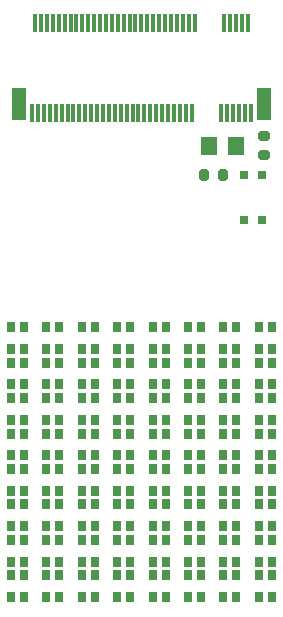
<source format=gbr>
%TF.GenerationSoftware,KiCad,Pcbnew,7.0.5*%
%TF.CreationDate,2023-09-01T16:08:52-05:00*%
%TF.ProjectId,Chimera_0004_Aurora,4368696d-6572-4615-9f30-3030345f4175,rev?*%
%TF.SameCoordinates,Original*%
%TF.FileFunction,Paste,Top*%
%TF.FilePolarity,Positive*%
%FSLAX46Y46*%
G04 Gerber Fmt 4.6, Leading zero omitted, Abs format (unit mm)*
G04 Created by KiCad (PCBNEW 7.0.5) date 2023-09-01 16:08:52*
%MOMM*%
%LPD*%
G01*
G04 APERTURE LIST*
G04 Aperture macros list*
%AMRoundRect*
0 Rectangle with rounded corners*
0 $1 Rounding radius*
0 $2 $3 $4 $5 $6 $7 $8 $9 X,Y pos of 4 corners*
0 Add a 4 corners polygon primitive as box body*
4,1,4,$2,$3,$4,$5,$6,$7,$8,$9,$2,$3,0*
0 Add four circle primitives for the rounded corners*
1,1,$1+$1,$2,$3*
1,1,$1+$1,$4,$5*
1,1,$1+$1,$6,$7*
1,1,$1+$1,$8,$9*
0 Add four rect primitives between the rounded corners*
20,1,$1+$1,$2,$3,$4,$5,0*
20,1,$1+$1,$4,$5,$6,$7,0*
20,1,$1+$1,$6,$7,$8,$9,0*
20,1,$1+$1,$8,$9,$2,$3,0*%
G04 Aperture macros list end*
%ADD10R,1.335001X1.500000*%
%ADD11R,0.700000X0.900000*%
%ADD12R,0.300000X1.550013*%
%ADD13R,0.300000X1.524003*%
%ADD14R,1.300000X2.800000*%
%ADD15RoundRect,0.200000X-0.275000X0.200000X-0.275000X-0.200000X0.275000X-0.200000X0.275000X0.200000X0*%
%ADD16RoundRect,0.200000X-0.200000X-0.275000X0.200000X-0.275000X0.200000X0.275000X-0.200000X0.275000X0*%
%ADD17R,0.800000X0.800000*%
G04 APERTURE END LIST*
D10*
%TO.C,F1*%
X120542494Y-105200000D03*
X118257506Y-105200000D03*
%TD*%
D11*
%TO.C,LED72*%
X122449962Y-131415037D03*
X123550038Y-131415037D03*
X123550038Y-129584963D03*
X122449962Y-129584963D03*
%TD*%
%TO.C,LED71*%
X119449962Y-137415037D03*
X120550038Y-137415037D03*
X120550038Y-135584963D03*
X119449962Y-135584963D03*
%TD*%
%TO.C,LED68*%
X122449962Y-128415037D03*
X123550038Y-128415037D03*
X123550038Y-126584963D03*
X122449962Y-126584963D03*
%TD*%
%TO.C,LED67*%
X119449962Y-134415037D03*
X120550038Y-134415037D03*
X120550038Y-132584963D03*
X119449962Y-132584963D03*
%TD*%
%TO.C,LED65*%
X122449962Y-143415037D03*
X123550038Y-143415037D03*
X123550038Y-141584963D03*
X122449962Y-141584963D03*
%TD*%
%TO.C,LED64*%
X122449962Y-125415037D03*
X123550038Y-125415037D03*
X123550038Y-123584963D03*
X122449962Y-123584963D03*
%TD*%
%TO.C,LED63*%
X119449962Y-131415037D03*
X120550038Y-131415037D03*
X120550038Y-129584963D03*
X119449962Y-129584963D03*
%TD*%
%TO.C,LED61*%
X122449962Y-140415037D03*
X123550038Y-140415037D03*
X123550038Y-138584963D03*
X122449962Y-138584963D03*
%TD*%
%TO.C,LED60*%
X122449962Y-122415037D03*
X123550038Y-122415037D03*
X123550038Y-120584963D03*
X122449962Y-120584963D03*
%TD*%
%TO.C,LED59*%
X119449962Y-128415037D03*
X120550038Y-128415037D03*
X120550038Y-126584963D03*
X119449962Y-126584963D03*
%TD*%
%TO.C,LED57*%
X122449962Y-137415037D03*
X123550038Y-137415037D03*
X123550038Y-135584963D03*
X122449962Y-135584963D03*
%TD*%
%TO.C,LED56*%
X119449962Y-143415037D03*
X120550038Y-143415037D03*
X120550038Y-141584963D03*
X119449962Y-141584963D03*
%TD*%
%TO.C,LED55*%
X119449962Y-125415037D03*
X120550038Y-125415037D03*
X120550038Y-123584963D03*
X119449962Y-123584963D03*
%TD*%
%TO.C,LED53*%
X122449962Y-134415037D03*
X123550038Y-134415037D03*
X123550038Y-132584963D03*
X122449962Y-132584963D03*
%TD*%
%TO.C,LED52*%
X119449962Y-140415037D03*
X120550038Y-140415037D03*
X120550038Y-138584963D03*
X119449962Y-138584963D03*
%TD*%
%TO.C,LED51*%
X119449962Y-122415037D03*
X120550038Y-122415037D03*
X120550038Y-120584963D03*
X119449962Y-120584963D03*
%TD*%
%TO.C,LED50*%
X116449962Y-143415037D03*
X117550038Y-143415037D03*
X117550038Y-141584963D03*
X116449962Y-141584963D03*
%TD*%
%TO.C,LED49*%
X116449962Y-125415037D03*
X117550038Y-125415037D03*
X117550038Y-123584963D03*
X116449962Y-123584963D03*
%TD*%
%TO.C,LED48*%
X113449962Y-131415037D03*
X114550038Y-131415037D03*
X114550038Y-129584963D03*
X113449962Y-129584963D03*
%TD*%
%TO.C,LED47*%
X110449962Y-137415037D03*
X111550038Y-137415037D03*
X111550038Y-135584963D03*
X110449962Y-135584963D03*
%TD*%
%TO.C,LED46*%
X116449962Y-140415037D03*
X117550038Y-140415037D03*
X117550038Y-138584963D03*
X116449962Y-138584963D03*
%TD*%
%TO.C,LED45*%
X116449962Y-122415037D03*
X117550038Y-122415037D03*
X117550038Y-120584963D03*
X116449962Y-120584963D03*
%TD*%
%TO.C,LED44*%
X113449962Y-128415037D03*
X114550038Y-128415037D03*
X114550038Y-126584963D03*
X113449962Y-126584963D03*
%TD*%
%TO.C,LED43*%
X110449962Y-134415037D03*
X111550038Y-134415037D03*
X111550038Y-132584963D03*
X110449962Y-132584963D03*
%TD*%
%TO.C,LED42*%
X116449962Y-137415037D03*
X117550038Y-137415037D03*
X117550038Y-135584963D03*
X116449962Y-135584963D03*
%TD*%
%TO.C,LED41*%
X113449962Y-143415037D03*
X114550038Y-143415037D03*
X114550038Y-141584963D03*
X113449962Y-141584963D03*
%TD*%
%TO.C,LED40*%
X113449962Y-125415037D03*
X114550038Y-125415037D03*
X114550038Y-123584963D03*
X113449962Y-123584963D03*
%TD*%
%TO.C,LED39*%
X110449962Y-131415037D03*
X111550038Y-131415037D03*
X111550038Y-129584963D03*
X110449962Y-129584963D03*
%TD*%
%TO.C,LED38*%
X116449962Y-134415037D03*
X117550038Y-134415037D03*
X117550038Y-132584963D03*
X116449962Y-132584963D03*
%TD*%
%TO.C,LED37*%
X113449962Y-140415037D03*
X114550038Y-140415037D03*
X114550038Y-138584963D03*
X113449962Y-138584963D03*
%TD*%
%TO.C,LED36*%
X113449962Y-122415037D03*
X114550038Y-122415037D03*
X114550038Y-120584963D03*
X113449962Y-120584963D03*
%TD*%
%TO.C,LED35*%
X110449962Y-128415037D03*
X111550038Y-128415037D03*
X111550038Y-126584963D03*
X110449962Y-126584963D03*
%TD*%
%TO.C,LED34*%
X116449962Y-131415037D03*
X117550038Y-131415037D03*
X117550038Y-129584963D03*
X116449962Y-129584963D03*
%TD*%
%TO.C,LED33*%
X113449962Y-137415037D03*
X114550038Y-137415037D03*
X114550038Y-135584963D03*
X113449962Y-135584963D03*
%TD*%
%TO.C,LED32*%
X110449962Y-143415037D03*
X111550038Y-143415037D03*
X111550038Y-141584963D03*
X110449962Y-141584963D03*
%TD*%
%TO.C,LED31*%
X110449962Y-125415037D03*
X111550038Y-125415037D03*
X111550038Y-123584963D03*
X110449962Y-123584963D03*
%TD*%
%TO.C,LED30*%
X116449962Y-128415037D03*
X117550038Y-128415037D03*
X117550038Y-126584963D03*
X116449962Y-126584963D03*
%TD*%
%TO.C,LED29*%
X113449962Y-134415037D03*
X114550038Y-134415037D03*
X114550038Y-132584963D03*
X113449962Y-132584963D03*
%TD*%
%TO.C,LED28*%
X110449962Y-140415037D03*
X111550038Y-140415037D03*
X111550038Y-138584963D03*
X110449962Y-138584963D03*
%TD*%
%TO.C,LED27*%
X110449962Y-122415037D03*
X111550038Y-122415037D03*
X111550038Y-120584963D03*
X110449962Y-120584963D03*
%TD*%
%TO.C,LED21*%
X107449962Y-126584963D03*
X108550038Y-126584963D03*
X108550038Y-128415037D03*
X107449962Y-128415037D03*
%TD*%
%TO.C,LED23*%
X107449962Y-132584963D03*
X108550038Y-132584963D03*
X108550038Y-134415037D03*
X107449962Y-134415037D03*
%TD*%
%TO.C,LED26*%
X107449962Y-141584963D03*
X108550038Y-141584963D03*
X108550038Y-143415037D03*
X107449962Y-143415037D03*
%TD*%
%TO.C,LED25*%
X107449962Y-138584963D03*
X108550038Y-138584963D03*
X108550038Y-140415037D03*
X107449962Y-140415037D03*
%TD*%
%TO.C,LED22*%
X107449962Y-129584963D03*
X108550038Y-129584963D03*
X108550038Y-131415037D03*
X107449962Y-131415037D03*
%TD*%
%TO.C,LED24*%
X107449962Y-135584963D03*
X108550038Y-135584963D03*
X108550038Y-137415037D03*
X107449962Y-137415037D03*
%TD*%
%TO.C,LED8*%
X101449962Y-137415037D03*
X102550038Y-137415037D03*
X102550038Y-135584963D03*
X101449962Y-135584963D03*
%TD*%
%TO.C,LED11*%
X104449962Y-122415037D03*
X105550038Y-122415037D03*
X105550038Y-120584963D03*
X104449962Y-120584963D03*
%TD*%
%TO.C,LED14*%
X104449962Y-131415037D03*
X105550038Y-131415037D03*
X105550038Y-129584963D03*
X104449962Y-129584963D03*
%TD*%
%TO.C,LED20*%
X107449962Y-125415037D03*
X108550038Y-125415037D03*
X108550038Y-123584963D03*
X107449962Y-123584963D03*
%TD*%
%TO.C,LED5*%
X101449962Y-128415037D03*
X102550038Y-128415037D03*
X102550038Y-126584963D03*
X101449962Y-126584963D03*
%TD*%
%TO.C,LED6*%
X101449962Y-131415037D03*
X102550038Y-131415037D03*
X102550038Y-129584963D03*
X101449962Y-129584963D03*
%TD*%
%TO.C,LED19*%
X107449962Y-122415037D03*
X108550038Y-122415037D03*
X108550038Y-120584963D03*
X107449962Y-120584963D03*
%TD*%
%TO.C,LED4*%
X101449962Y-125415037D03*
X102550038Y-125415037D03*
X102550038Y-123584963D03*
X101449962Y-123584963D03*
%TD*%
%TO.C,LED3*%
X101449962Y-122415037D03*
X102550038Y-122415037D03*
X102550038Y-120584963D03*
X101449962Y-120584963D03*
%TD*%
%TO.C,LED12*%
X104449962Y-125415037D03*
X105550038Y-125415037D03*
X105550038Y-123584963D03*
X104449962Y-123584963D03*
%TD*%
%TO.C,LED13*%
X104449962Y-128415037D03*
X105550038Y-128415037D03*
X105550038Y-126584963D03*
X104449962Y-126584963D03*
%TD*%
%TO.C,LED7*%
X101449962Y-134415037D03*
X102550038Y-134415037D03*
X102550038Y-132584963D03*
X101449962Y-132584963D03*
%TD*%
%TO.C,LED15*%
X104449962Y-132584963D03*
X105550038Y-132584963D03*
X105550038Y-134415037D03*
X104449962Y-134415037D03*
%TD*%
%TO.C,LED16*%
X104449962Y-135584963D03*
X105550038Y-135584963D03*
X105550038Y-137415037D03*
X104449962Y-137415037D03*
%TD*%
%TO.C,LED10*%
X101449962Y-141584963D03*
X102550038Y-141584963D03*
X102550038Y-143415037D03*
X101449962Y-143415037D03*
%TD*%
%TO.C,LED17*%
X104449962Y-140415037D03*
X105550038Y-140415037D03*
X105550038Y-138584963D03*
X104449962Y-138584963D03*
%TD*%
%TO.C,LED18*%
X104449962Y-143415037D03*
X105550038Y-143415037D03*
X105550038Y-141584963D03*
X104449962Y-141584963D03*
%TD*%
%TO.C,LED9*%
X101449962Y-138584963D03*
X102550038Y-138584963D03*
X102550038Y-140415037D03*
X101449962Y-140415037D03*
%TD*%
D12*
%TO.C,CN1*%
X121749836Y-102400029D03*
X121499900Y-94850117D03*
X121249964Y-102400029D03*
X120999773Y-94850117D03*
X120749836Y-102400029D03*
X120499900Y-94850117D03*
X120249964Y-102400029D03*
X119999773Y-94850117D03*
X119749836Y-102400029D03*
X119499900Y-94850117D03*
X119249964Y-102400029D03*
X116999773Y-94850117D03*
X116749836Y-102400029D03*
X116499900Y-94850117D03*
X116249964Y-102400029D03*
X115999773Y-94850117D03*
X115749836Y-102400029D03*
X115499900Y-94850117D03*
X115249964Y-102400029D03*
X114999773Y-94850117D03*
X114749836Y-102400029D03*
X114499900Y-94850117D03*
X114249964Y-102400029D03*
X113999773Y-94850117D03*
X113749836Y-102400029D03*
X113499900Y-94850117D03*
X113249964Y-102400029D03*
X112999773Y-94850117D03*
X112749836Y-102400029D03*
X112499900Y-94850117D03*
X112249964Y-102400029D03*
X111999773Y-94850117D03*
X111749836Y-102400029D03*
X111499900Y-94850371D03*
X111249964Y-102400029D03*
X110999773Y-94850371D03*
X110749836Y-102400029D03*
X110499900Y-94850371D03*
X110249964Y-102400029D03*
X109999773Y-94850371D03*
X109749836Y-102400029D03*
X109499900Y-94850371D03*
X109249964Y-102400029D03*
X108999773Y-94850371D03*
X108749836Y-102400029D03*
X108499900Y-94850371D03*
X108249964Y-102400029D03*
X107999773Y-94850371D03*
X107749836Y-102400029D03*
X107499900Y-94850371D03*
D13*
X107249964Y-102400283D03*
X106999773Y-94850371D03*
X106749836Y-102400283D03*
X106499900Y-94850371D03*
X106249964Y-102400283D03*
X105999773Y-94850371D03*
X105749836Y-102400283D03*
X105499900Y-94850371D03*
D12*
X105249964Y-102400029D03*
X104999773Y-94850371D03*
X104749836Y-102400029D03*
X104499900Y-94850371D03*
X104249964Y-102400029D03*
X103999773Y-94850371D03*
X103749836Y-102400029D03*
X103499900Y-94850371D03*
X103249964Y-102400029D03*
D14*
X102149887Y-101675111D03*
X122849913Y-101675111D03*
%TD*%
D15*
%TO.C,R1*%
X122850000Y-106000000D03*
X122850000Y-104350000D03*
%TD*%
D16*
%TO.C,R2*%
X119425000Y-107700000D03*
X117775000Y-107700000D03*
%TD*%
D17*
%TO.C,LED1*%
X121150533Y-107678429D03*
X122749467Y-107671571D03*
%TD*%
%TO.C,LED2*%
X121150533Y-111478429D03*
X122749467Y-111471571D03*
%TD*%
M02*

</source>
